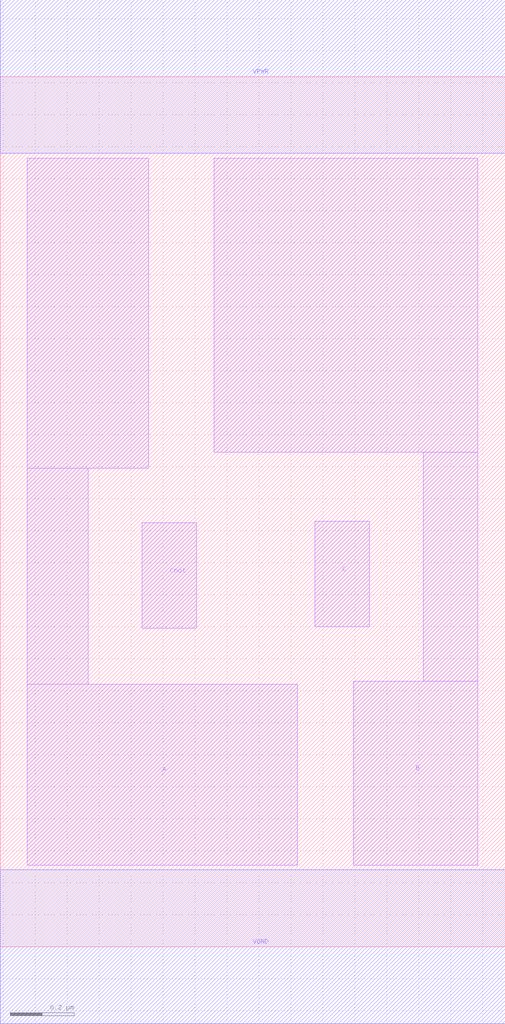
<source format=lef>
VERSION 5.7 ;
  NOWIREEXTENSIONATPIN ON ;
  DIVIDERCHAR "/" ;
  BUSBITCHARS "[]" ;
MACRO transmission_gate_cell
  CLASS CORE ;
  FOREIGN transmission_gate_cell ;
  ORIGIN 0.110 0.000 ;
  SIZE 1.580 BY 2.720 ;
  SYMMETRY X Y R90 ;
  SITE unithd ;
  PIN Cnot
    DIRECTION INPUT ;
    USE SIGNAL ;
    ANTENNAGATEAREA 0.150000 ;
    PORT
      LAYER li1 ;
        RECT 0.335 0.995 0.505 1.325 ;
    END
  END Cnot
  PIN C
    DIRECTION INPUT ;
    USE SIGNAL ;
    ANTENNAGATEAREA 0.097500 ;
    PORT
      LAYER li1 ;
        RECT 0.875 1.000 1.045 1.330 ;
    END
  END C
  PIN A
    DIRECTION INOUT ;
    USE SIGNAL ;
    ANTENNADIFFAREA 0.712000 ;
    PORT
      LAYER li1 ;
        RECT -0.025 1.495 0.355 2.465 ;
        RECT -0.025 0.820 0.165 1.495 ;
        RECT -0.025 0.255 0.820 0.820 ;
    END
  END A
  PIN B
    DIRECTION INOUT ;
    USE SIGNAL ;
    ANTENNADIFFAREA 0.852250 ;
    PORT
      LAYER li1 ;
        RECT 0.560 1.545 1.385 2.465 ;
        RECT 1.215 0.830 1.385 1.545 ;
        RECT 0.995 0.255 1.385 0.830 ;
    END
  END B
  PIN VPWR
    DIRECTION INOUT ;
    USE POWER ;
    SHAPE ABUTMENT ;
    PORT
      LAYER met1 ;
        RECT -0.110 2.480 1.470 2.960 ;
    END
  END VPWR
  PIN VGND
    DIRECTION INOUT ;
    USE GROUND ;
    SHAPE ABUTMENT ;
    PORT
      LAYER met1 ;
        RECT -0.110 -0.240 1.470 0.240 ;
    END
  END VGND
END transmission_gate_cell
END LIBRARY


</source>
